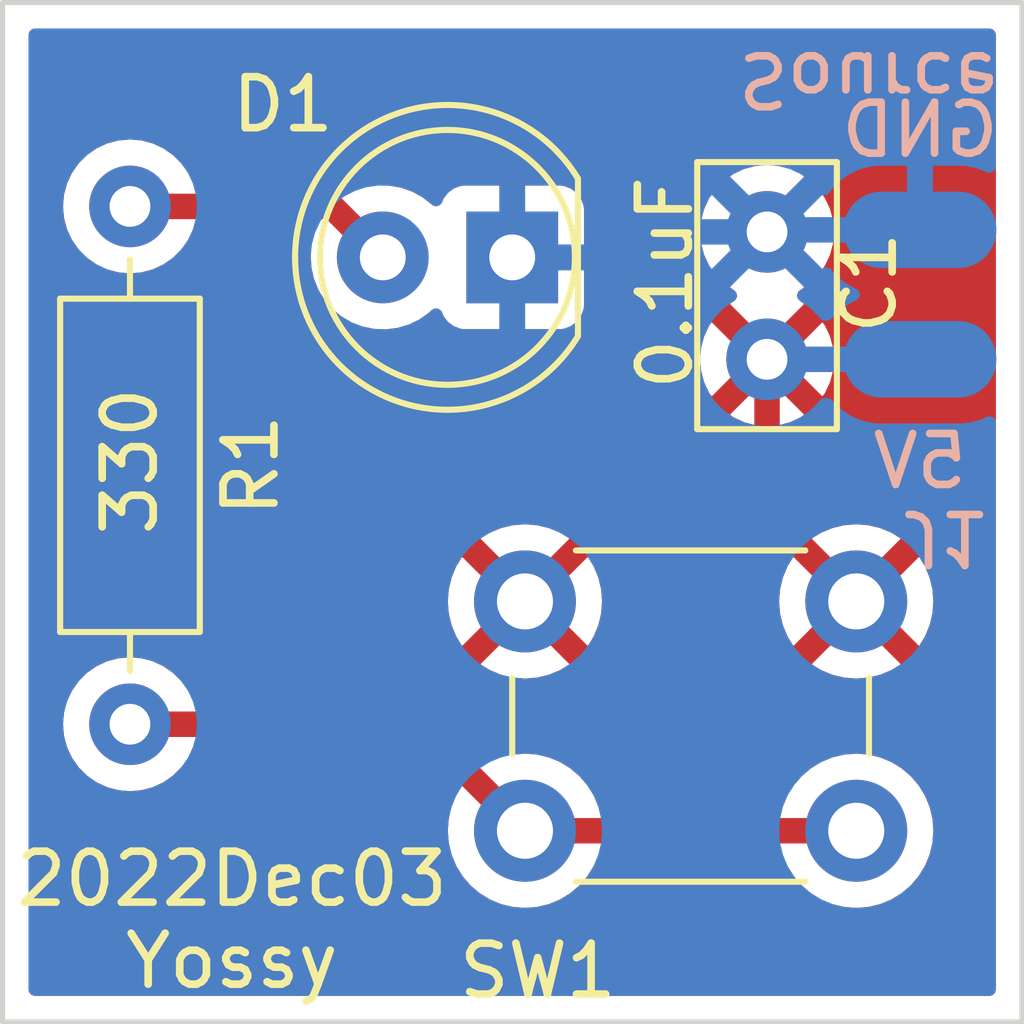
<source format=kicad_pcb>
(kicad_pcb (version 20211014) (generator pcbnew)
  (layers (0 "F.Cu" signal) (31 "B.Cu" signal) (34 "B.Paste" user) (35 "F.Paste" user) (36 "B.SilkS" user "B.Silkscreen") (37 "F.SilkS" user "F.Silkscreen") (38 "B.Mask" user) (39 "F.Mask" user) (44 "Edge.Cuts" user))
  (net 0 "")
  (net 1 "+5V")
  (net 2 "GND")
  (net 3 "Net-(D1-Pad2)")
  (net 4 "Net-(R1-Pad2)")
  (footprint "Capacitor_THT:C_Disc_D5.0mm_W2.5mm_P2.50mm" (layer "F.Cu") (at 155 117 90)
    (fp_text reference "C1" (at 1.5 2 90) (layer "F.SilkS"))
    (fp_text value "0.1u")
    (fp_line (start -1.37 -1.37) (end 3.87 -1.37) (layer "F.SilkS") (width 0.12))
    (fp_line (start -1.37 1.37) (end 3.87 1.37) (layer "F.SilkS") (width 0.12))
    (fp_line (start 3.87 -1.37) (end 3.87 1.37) (layer "F.SilkS") (width 0.12))
    (fp_line (start -1.37 -1.37) (end -1.37 1.37) (layer "F.SilkS") (width 0.12))
    (pad "1" thru_hole circle (at 0 0 90) (size 1.6 1.6) (drill 0.8) (layers *.Cu *.Mask) (net 1 "+5V"))
    (pad "2" thru_hole circle (at 2.5 0 90) (size 1.6 1.6) (drill 0.8) (layers *.Cu *.Mask) (net 2 "GND"))
  )
  (footprint "Resistor_THT:R_Axial_DIN0207_L6.3mm_D2.5mm_P10.16mm_Horizontal" (layer "F.Cu") (at 142.5 114 -90)
    (fp_text reference "R1" (at 5.08 -2.37 90) (layer "F.SilkS"))
    (fp_text value "330")
    (fp_line (start 8.35 -1.37) (end 1.81 -1.37) (layer "F.SilkS") (width 0.12))
    (fp_line (start 1.81 -1.37) (end 1.81 1.37) (layer "F.SilkS") (width 0.12))
    (fp_line (start 1.04 0) (end 1.81 0) (layer "F.SilkS") (width 0.12))
    (fp_line (start 8.35 1.37) (end 8.35 -1.37) (layer "F.SilkS") (width 0.12))
    (fp_line (start 9.12 0) (end 8.35 0) (layer "F.SilkS") (width 0.12))
    (fp_line (start 1.81 1.37) (end 8.35 1.37) (layer "F.SilkS") (width 0.12))
    (pad "1" thru_hole circle (at 0 0 270) (size 1.6 1.6) (drill 0.8) (layers *.Cu *.Mask) (net 3 "Net-(D1-Pad2)"))
    (pad "2" thru_hole oval (at 10.16 0 270) (size 1.6 1.6) (drill 0.8) (layers *.Cu *.Mask) (net 4 "Net-(R1-Pad2)"))
  )
  (footprint "LED_THT:LED_D5.0mm" (layer "F.Cu") (at 150 115 180)
    (fp_text reference "D1" (at 4.5 3) (layer "F.SilkS"))
    (fp_text value "LED")
    (fp_line (start -1.29 -1.545) (end -1.29 1.545) (layer "F.SilkS") (width 0.12))
    (fp_arc (start -1.29 -1.54483) (mid 2.072002 -2.880433) (end 4.26 0.000462) (layer "F.SilkS") (width 0.12))
    (fp_arc (start 4.26 -0.000462) (mid 2.072002 2.880433) (end -1.29 1.54483) (layer "F.SilkS") (width 0.12))
    (fp_circle (center 1.27 0) (end 3.77 0) (layer "F.SilkS") (width 0.12) (fill none))
    (pad "1" thru_hole rect (at 0 0 180) (size 1.8 1.8) (drill 0.9) (layers *.Cu *.Mask) (net 2 "GND"))
    (pad "2" thru_hole circle (at 2.54 0 180) (size 1.8 1.8) (drill 0.9) (layers *.Cu *.Mask) (net 3 "Net-(D1-Pad2)"))
  )
  (footprint "Button_Switch_THT:SW_PUSH_6mm" (layer "F.Cu") (at 156.75 126.25 180)
    (fp_text reference "SW1" (at 6.25 -2.75) (layer "F.SilkS"))
    (fp_text value "SW_Push")
    (fp_line (start -0.25 1.5) (end -0.25 3) (layer "F.SilkS") (width 0.12))
    (fp_line (start 5.5 -1) (end 1 -1) (layer "F.SilkS") (width 0.12))
    (fp_line (start 6.75 3) (end 6.75 1.5) (layer "F.SilkS") (width 0.12))
    (fp_line (start 1 5.5) (end 5.5 5.5) (layer "F.SilkS") (width 0.12))
    (pad "1" thru_hole circle (at 0 0 270) (size 2 2) (drill 1.1) (layers *.Cu *.Mask) (net 4 "Net-(R1-Pad2)"))
    (pad "1" thru_hole circle (at 6.5 0 270) (size 2 2) (drill 1.1) (layers *.Cu *.Mask) (net 4 "Net-(R1-Pad2)"))
    (pad "2" thru_hole circle (at 6.5 4.5 270) (size 2 2) (drill 1.1) (layers *.Cu *.Mask) (net 1 "+5V"))
    (pad "2" thru_hole circle (at 0 4.5 270) (size 2 2) (drill 1.1) (layers *.Cu *.Mask) (net 1 "+5V"))
  )
  (footprint "Connector:Pad_01x02_SMD" (layer "B.Cu") (at 158 117)
    (fp_text reference "J1" (at 0.5 3.5 180 unlocked) (layer "B.SilkS") (effects (justify mirror)))
    (fp_text value "Source" (at -1 -5.5 180 unlocked) (layer "B.SilkS") (effects (justify mirror)))
    (pad "1" smd oval (at 0 -2.54 270) (size 1.5 3) (layers "B.Cu" "B.Paste" "B.Mask") (net 2 "GND"))
    (pad "2" smd oval (at 0 0 270) (size 1.5 3) (layers "B.Cu" "B.Paste" "B.Mask") (net 1 "+5V"))
  )
  (gr_poly (pts (xy 160 130) (xy 140 130) (xy 140 110) (xy 160 110)) (layer "Edge.Cuts") (width 0.1) (fill none))
  (gr_text "5V" (at 158 119) (layer "B.SilkS") (effects (font (size 1 1)) (justify mirror)))
  (gr_text "GND" (at 158 112.5) (layer "B.SilkS") (effects (font (size 1 1)) (justify mirror)))
  (gr_text "330" (at 142.5 119 90) (layer "F.SilkS") (effects (font (size 1 1))))
  (gr_text "0.1uF" (at 153 115.5 90) (layer "F.SilkS") (effects (font (size 1 1))))
  (gr_text "2022Dec03\nYossy" (at 144.5 128) (layer "F.SilkS") (effects (font (size 1 1))))
  (segment (start 152 120) (end 150.25 121.75) (width 0.5) (layer "F.Cu") (net 1))
  (segment (start 155 117) (end 155 120) (width 0.5) (layer "F.Cu") (net 1))
  (segment (start 155 120) (end 152 120) (width 0.5) (layer "F.Cu") (net 1))
  (segment (start 155 120) (end 156.75 121.75) (width 0.5) (layer "F.Cu") (net 1))
  (segment (start 158 117) (end 155 117) (width 0.5) (layer "B.Cu") (net 1))
  (segment (start 158 114.46) (end 155.04 114.46) (width 0.5) (layer "B.Cu") (net 2))
  (segment (start 155.04 114.46) (end 155 114.5) (width 0.5) (layer "B.Cu") (net 2))
  (segment (start 155 114.5) (end 153 114.5) (width 0.5) (layer "B.Cu") (net 2))
  (segment (start 153 114.5) (end 152.5 115) (width 0.5) (layer "B.Cu") (net 2))
  (segment (start 152.5 115) (end 150 115) (width 0.5) (layer "B.Cu") (net 2))
  (segment (start 143 114) (end 146.46 114) (width 0.5) (layer "F.Cu") (net 3))
  (segment (start 146.46 114) (end 147.46 115) (width 0.5) (layer "F.Cu") (net 3))
  (segment (start 150.25 126.25) (end 148.16 124.16) (width 0.5) (layer "F.Cu") (net 4))
  (segment (start 156.75 126.25) (end 150.25 126.25) (width 0.5) (layer "F.Cu") (net 4))
  (segment (start 148.16 124.16) (end 143 124.16) (width 0.5) (layer "F.Cu") (net 4))
  (zone (net 1) (net_name "+5V") (layer "F.Cu") (connect_pads (clearance 0.508)) (min_thickness 0.254) (fill yes (thermal_gap 0.508) (thermal_bridge_width 0.508))
    (polygon (pts (xy 160 130) (xy 140 130) (xy 140 110) (xy 160 110)))
  )
  (zone (net 2) (net_name "GND") (layer "B.Cu") (connect_pads (clearance 0.508)) (min_thickness 0.254) (fill yes (thermal_gap 0.508) (thermal_bridge_width 0.508))
    (polygon (pts (xy 160 130) (xy 140 130) (xy 140 110) (xy 160 110)))
  )
)
</source>
